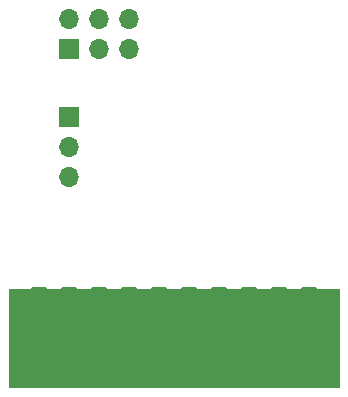
<source format=gts>
G04 #@! TF.GenerationSoftware,KiCad,Pcbnew,6.0.7-f9a2dced07~116~ubuntu22.04.1*
G04 #@! TF.CreationDate,2022-08-26T07:23:40-05:00*
G04 #@! TF.ProjectId,CricutISPCartridge,43726963-7574-4495-9350-436172747269,rev?*
G04 #@! TF.SameCoordinates,Original*
G04 #@! TF.FileFunction,Soldermask,Top*
G04 #@! TF.FilePolarity,Negative*
%FSLAX46Y46*%
G04 Gerber Fmt 4.6, Leading zero omitted, Abs format (unit mm)*
G04 Created by KiCad (PCBNEW 6.0.7-f9a2dced07~116~ubuntu22.04.1) date 2022-08-26 07:23:40*
%MOMM*%
%LPD*%
G01*
G04 APERTURE LIST*
G04 Aperture macros list*
%AMRoundRect*
0 Rectangle with rounded corners*
0 $1 Rounding radius*
0 $2 $3 $4 $5 $6 $7 $8 $9 X,Y pos of 4 corners*
0 Add a 4 corners polygon primitive as box body*
4,1,4,$2,$3,$4,$5,$6,$7,$8,$9,$2,$3,0*
0 Add four circle primitives for the rounded corners*
1,1,$1+$1,$2,$3*
1,1,$1+$1,$4,$5*
1,1,$1+$1,$6,$7*
1,1,$1+$1,$8,$9*
0 Add four rect primitives between the rounded corners*
20,1,$1+$1,$2,$3,$4,$5,0*
20,1,$1+$1,$4,$5,$6,$7,0*
20,1,$1+$1,$6,$7,$8,$9,0*
20,1,$1+$1,$8,$9,$2,$3,0*%
G04 Aperture macros list end*
%ADD10C,0.120000*%
%ADD11R,1.700000X1.700000*%
%ADD12O,1.700000X1.700000*%
%ADD13RoundRect,0.381000X-0.381000X-3.619000X0.381000X-3.619000X0.381000X3.619000X-0.381000X3.619000X0*%
G04 APERTURE END LIST*
G36*
X85090000Y-126365000D02*
G01*
X57150000Y-126365000D01*
X57150000Y-118110000D01*
X85090000Y-118110000D01*
X85090000Y-126365000D01*
G37*
D10*
X85090000Y-126365000D02*
X57150000Y-126365000D01*
X57150000Y-118110000D01*
X85090000Y-118110000D01*
X85090000Y-126365000D01*
D11*
X62230000Y-97790000D03*
D12*
X62230000Y-95250000D03*
X64770000Y-97790000D03*
X64770000Y-95250000D03*
X67310000Y-97790000D03*
X67310000Y-95250000D03*
D11*
X62230000Y-103505000D03*
D12*
X62230000Y-106045000D03*
X62230000Y-108585000D03*
D13*
X59690000Y-121920000D03*
X62230000Y-121920000D03*
X64770000Y-121920000D03*
X67310000Y-121920000D03*
X69850000Y-121920000D03*
X72390000Y-121920000D03*
X74930000Y-121920000D03*
X77470000Y-121920000D03*
X80010000Y-121920000D03*
X82550000Y-121920000D03*
M02*

</source>
